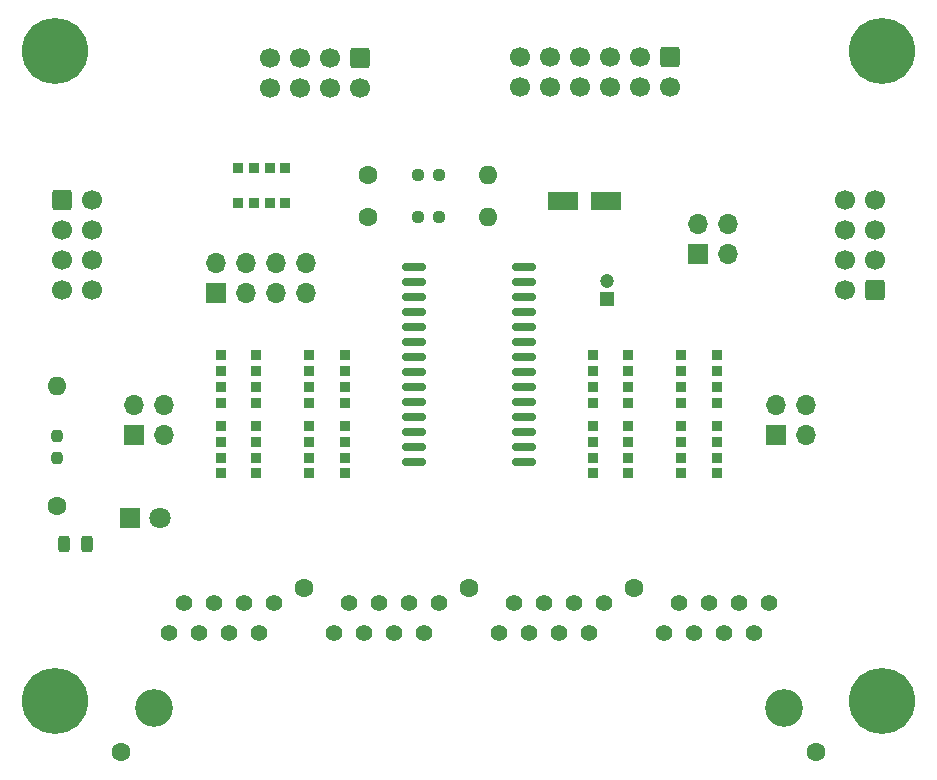
<source format=gts>
%TF.GenerationSoftware,KiCad,Pcbnew,(6.0.4)*%
%TF.CreationDate,2022-04-04T21:53:05+02:00*%
%TF.ProjectId,SWITCH_INPUT_BOARD,53574954-4348-45f4-994e-5055545f424f,rev?*%
%TF.SameCoordinates,Original*%
%TF.FileFunction,Soldermask,Top*%
%TF.FilePolarity,Negative*%
%FSLAX46Y46*%
G04 Gerber Fmt 4.6, Leading zero omitted, Abs format (unit mm)*
G04 Created by KiCad (PCBNEW (6.0.4)) date 2022-04-04 21:53:05*
%MOMM*%
%LPD*%
G01*
G04 APERTURE LIST*
G04 Aperture macros list*
%AMRoundRect*
0 Rectangle with rounded corners*
0 $1 Rounding radius*
0 $2 $3 $4 $5 $6 $7 $8 $9 X,Y pos of 4 corners*
0 Add a 4 corners polygon primitive as box body*
4,1,4,$2,$3,$4,$5,$6,$7,$8,$9,$2,$3,0*
0 Add four circle primitives for the rounded corners*
1,1,$1+$1,$2,$3*
1,1,$1+$1,$4,$5*
1,1,$1+$1,$6,$7*
1,1,$1+$1,$8,$9*
0 Add four rect primitives between the rounded corners*
20,1,$1+$1,$2,$3,$4,$5,0*
20,1,$1+$1,$4,$5,$6,$7,0*
20,1,$1+$1,$6,$7,$8,$9,0*
20,1,$1+$1,$8,$9,$2,$3,0*%
G04 Aperture macros list end*
%ADD10C,1.600000*%
%ADD11O,1.600000X1.600000*%
%ADD12R,0.900000X0.900000*%
%ADD13RoundRect,0.150000X0.875000X0.150000X-0.875000X0.150000X-0.875000X-0.150000X0.875000X-0.150000X0*%
%ADD14RoundRect,0.250000X-0.600000X0.600000X-0.600000X-0.600000X0.600000X-0.600000X0.600000X0.600000X0*%
%ADD15C,1.700000*%
%ADD16C,5.600000*%
%ADD17C,1.600200*%
%ADD18C,3.200400*%
%ADD19C,1.397000*%
%ADD20RoundRect,0.250000X-0.600000X-0.600000X0.600000X-0.600000X0.600000X0.600000X-0.600000X0.600000X0*%
%ADD21RoundRect,0.250000X0.600000X0.600000X-0.600000X0.600000X-0.600000X-0.600000X0.600000X-0.600000X0*%
%ADD22R,1.200000X1.200000*%
%ADD23C,1.200000*%
%ADD24RoundRect,0.243750X-0.243750X-0.456250X0.243750X-0.456250X0.243750X0.456250X-0.243750X0.456250X0*%
%ADD25RoundRect,0.237500X0.237500X-0.250000X0.237500X0.250000X-0.237500X0.250000X-0.237500X-0.250000X0*%
%ADD26R,1.800000X1.800000*%
%ADD27C,1.800000*%
%ADD28RoundRect,0.249600X-1.050400X-0.550400X1.050400X-0.550400X1.050400X0.550400X-1.050400X0.550400X0*%
%ADD29RoundRect,0.237500X-0.250000X-0.237500X0.250000X-0.237500X0.250000X0.237500X-0.250000X0.237500X0*%
%ADD30R,1.700000X1.700000*%
%ADD31O,1.700000X1.700000*%
G04 APERTURE END LIST*
D10*
X98150000Y-103500000D03*
D11*
X98150000Y-93340000D03*
D12*
X115000000Y-94750000D03*
X115000000Y-93410000D03*
X115000000Y-92090000D03*
X115000000Y-90750000D03*
X112000000Y-90750000D03*
X112000000Y-92090000D03*
X112000000Y-93410000D03*
X112000000Y-94750000D03*
D13*
X137650000Y-99755000D03*
X137650000Y-98485000D03*
X137650000Y-97215000D03*
X137650000Y-95945000D03*
X137650000Y-94675000D03*
X137650000Y-93405000D03*
X137650000Y-92135000D03*
X137650000Y-90865000D03*
X137650000Y-89595000D03*
X137650000Y-88325000D03*
X137650000Y-87055000D03*
X137650000Y-85785000D03*
X137650000Y-84515000D03*
X137650000Y-83245000D03*
X128350000Y-83245000D03*
X128350000Y-84515000D03*
X128350000Y-85785000D03*
X128350000Y-87055000D03*
X128350000Y-88325000D03*
X128350000Y-89595000D03*
X128350000Y-90865000D03*
X128350000Y-92135000D03*
X128350000Y-93405000D03*
X128350000Y-94675000D03*
X128350000Y-95945000D03*
X128350000Y-97215000D03*
X128350000Y-98485000D03*
X128350000Y-99755000D03*
D10*
X124500000Y-75500000D03*
D11*
X134660000Y-75500000D03*
D14*
X150050000Y-65500000D03*
D15*
X150050000Y-68040000D03*
X147510000Y-65500000D03*
X147510000Y-68040000D03*
X144970000Y-65500000D03*
X144970000Y-68040000D03*
X142430000Y-65500000D03*
X142430000Y-68040000D03*
X139890000Y-65500000D03*
X139890000Y-68040000D03*
X137350000Y-65500000D03*
X137350000Y-68040000D03*
D12*
X113480000Y-77880000D03*
X114820000Y-77880000D03*
X116140000Y-77880000D03*
X117480000Y-77880000D03*
X117480000Y-74880000D03*
X116140000Y-74880000D03*
X114820000Y-74880000D03*
X113480000Y-74880000D03*
X146500000Y-100750000D03*
X146500000Y-99410000D03*
X146500000Y-98090000D03*
X146500000Y-96750000D03*
X143500000Y-96750000D03*
X143500000Y-98090000D03*
X143500000Y-99410000D03*
X143500000Y-100750000D03*
X146500000Y-94750000D03*
X146500000Y-93410000D03*
X146500000Y-92090000D03*
X146500000Y-90750000D03*
X143500000Y-90750000D03*
X143500000Y-92090000D03*
X143500000Y-93410000D03*
X143500000Y-94750000D03*
X115000000Y-100750000D03*
X115000000Y-99410000D03*
X115000000Y-98090000D03*
X115000000Y-96750000D03*
X112000000Y-96750000D03*
X112000000Y-98090000D03*
X112000000Y-99410000D03*
X112000000Y-100750000D03*
D10*
X124500000Y-79000000D03*
D11*
X134660000Y-79000000D03*
D16*
X168000000Y-120000000D03*
X168000000Y-65000000D03*
X98000000Y-65000000D03*
X98000000Y-120000000D03*
D17*
X103561400Y-124333000D03*
X162438600Y-124333000D03*
X133000000Y-110490000D03*
D18*
X106330000Y-120650000D03*
D17*
X146970000Y-110490000D03*
X119030000Y-110490000D03*
D18*
X159670000Y-120650000D03*
D19*
X107600000Y-114300000D03*
X108870000Y-111760000D03*
X110140000Y-114300000D03*
X111410000Y-111760000D03*
X112680000Y-114300000D03*
X113950000Y-111760000D03*
X115220000Y-114300000D03*
X116490000Y-111760000D03*
X121570000Y-114300000D03*
X122840000Y-111760000D03*
X124110000Y-114300000D03*
X125380000Y-111760000D03*
X126650000Y-114300000D03*
X127920000Y-111760000D03*
X129190000Y-114300000D03*
X130460000Y-111760000D03*
X135540000Y-114300000D03*
X136810000Y-111760000D03*
X138080000Y-114300000D03*
X139350000Y-111760000D03*
X140620000Y-114300000D03*
X141890000Y-111760000D03*
X143160000Y-114300000D03*
X144430000Y-111760000D03*
X149510000Y-114300000D03*
X150780000Y-111760000D03*
X152050000Y-114300000D03*
X153320000Y-111760000D03*
X154590000Y-114300000D03*
X155860000Y-111760000D03*
X157130000Y-114300000D03*
X158400000Y-111760000D03*
D20*
X98600000Y-77600000D03*
D15*
X101140000Y-77600000D03*
X98600000Y-80140000D03*
X101140000Y-80140000D03*
X98600000Y-82680000D03*
X101140000Y-82680000D03*
X98600000Y-85220000D03*
X101140000Y-85220000D03*
D21*
X167400000Y-85200000D03*
D15*
X164860000Y-85200000D03*
X167400000Y-82660000D03*
X164860000Y-82660000D03*
X167400000Y-80120000D03*
X164860000Y-80120000D03*
X167400000Y-77580000D03*
X164860000Y-77580000D03*
D14*
X123750000Y-65550000D03*
D15*
X123750000Y-68090000D03*
X121210000Y-65550000D03*
X121210000Y-68090000D03*
X118670000Y-65550000D03*
X118670000Y-68090000D03*
X116130000Y-65550000D03*
X116130000Y-68090000D03*
D12*
X151000000Y-96750000D03*
X151000000Y-98090000D03*
X151000000Y-99410000D03*
X151000000Y-100750000D03*
X154000000Y-100750000D03*
X154000000Y-99410000D03*
X154000000Y-98090000D03*
X154000000Y-96750000D03*
X151000000Y-90750000D03*
X151000000Y-92090000D03*
X151000000Y-93410000D03*
X151000000Y-94750000D03*
X154000000Y-94750000D03*
X154000000Y-93410000D03*
X154000000Y-92090000D03*
X154000000Y-90750000D03*
X119500000Y-90750000D03*
X119500000Y-92090000D03*
X119500000Y-93410000D03*
X119500000Y-94750000D03*
X122500000Y-94750000D03*
X122500000Y-93410000D03*
X122500000Y-92090000D03*
X122500000Y-90750000D03*
X119500000Y-96750000D03*
X119500000Y-98090000D03*
X119500000Y-99410000D03*
X119500000Y-100750000D03*
X122500000Y-100750000D03*
X122500000Y-99410000D03*
X122500000Y-98090000D03*
X122500000Y-96750000D03*
D22*
X144700000Y-86000000D03*
D23*
X144700000Y-84500000D03*
D24*
X98762500Y-106700000D03*
X100637500Y-106700000D03*
D25*
X98100000Y-99412500D03*
X98100000Y-97587500D03*
D26*
X104300000Y-104500000D03*
D27*
X106840000Y-104500000D03*
D28*
X141000000Y-77700000D03*
X144600000Y-77700000D03*
D29*
X128687500Y-79000000D03*
X130512500Y-79000000D03*
D30*
X111630000Y-85510000D03*
D31*
X111630000Y-82970000D03*
X114170000Y-85510000D03*
X114170000Y-82970000D03*
X116710000Y-85510000D03*
X116710000Y-82970000D03*
X119250000Y-85510000D03*
X119250000Y-82970000D03*
D30*
X159000000Y-97500000D03*
D31*
X159000000Y-94960000D03*
X161540000Y-97500000D03*
X161540000Y-94960000D03*
D30*
X104650000Y-97500000D03*
D31*
X104650000Y-94960000D03*
X107190000Y-97500000D03*
X107190000Y-94960000D03*
D30*
X152400000Y-82200000D03*
D31*
X152400000Y-79660000D03*
X154940000Y-82200000D03*
X154940000Y-79660000D03*
D29*
X128687500Y-75500000D03*
X130512500Y-75500000D03*
M02*

</source>
